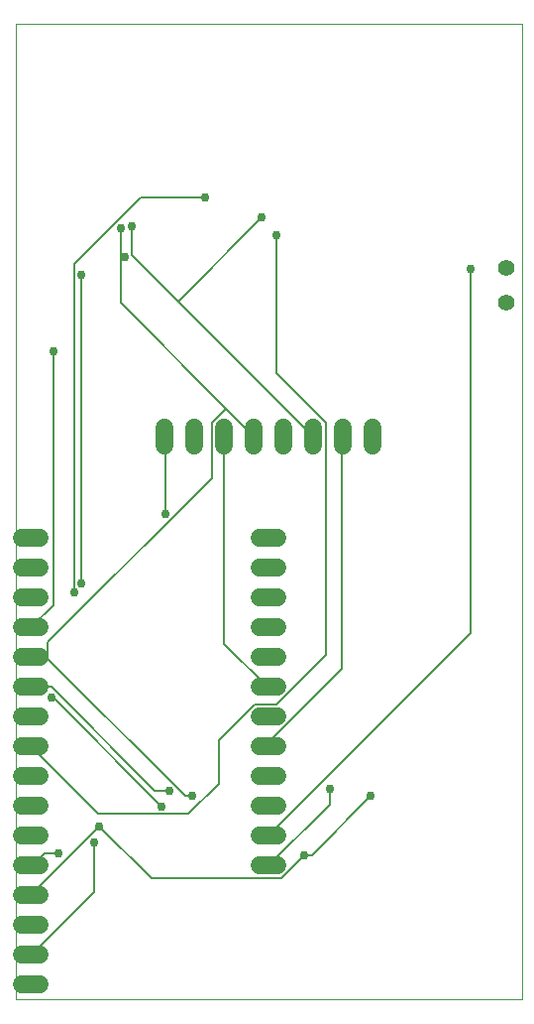
<source format=gbl>
G75*
%MOIN*%
%OFA0B0*%
%FSLAX25Y25*%
%IPPOS*%
%LPD*%
%AMOC8*
5,1,8,0,0,1.08239X$1,22.5*
%
%ADD10C,0.00000*%
%ADD11C,0.05543*%
%ADD12C,0.06000*%
%ADD13C,0.00600*%
%ADD14C,0.02978*%
D10*
X0052595Y0028933D02*
X0052595Y0356610D01*
X0222871Y0356610D01*
X0222871Y0028933D01*
X0052595Y0028933D01*
D11*
X0217595Y0263028D03*
X0217595Y0274839D03*
D12*
X0172595Y0221022D02*
X0172595Y0215022D01*
X0162595Y0215022D02*
X0162595Y0221022D01*
X0152595Y0221022D02*
X0152595Y0215022D01*
X0142595Y0215022D02*
X0142595Y0221022D01*
X0132595Y0221022D02*
X0132595Y0215022D01*
X0122595Y0215022D02*
X0122595Y0221022D01*
X0112595Y0221022D02*
X0112595Y0215022D01*
X0102595Y0215022D02*
X0102595Y0221022D01*
X0134595Y0183933D02*
X0140595Y0183933D01*
X0140595Y0173933D02*
X0134595Y0173933D01*
X0134595Y0163933D02*
X0140595Y0163933D01*
X0140595Y0153933D02*
X0134595Y0153933D01*
X0134595Y0143933D02*
X0140595Y0143933D01*
X0140595Y0133933D02*
X0134595Y0133933D01*
X0134595Y0123933D02*
X0140595Y0123933D01*
X0140595Y0113933D02*
X0134595Y0113933D01*
X0134595Y0103933D02*
X0140595Y0103933D01*
X0140595Y0093933D02*
X0134595Y0093933D01*
X0134595Y0083933D02*
X0140595Y0083933D01*
X0140595Y0073933D02*
X0134595Y0073933D01*
X0060595Y0073933D02*
X0054595Y0073933D01*
X0054595Y0083933D02*
X0060595Y0083933D01*
X0060595Y0093933D02*
X0054595Y0093933D01*
X0054595Y0103933D02*
X0060595Y0103933D01*
X0060595Y0113933D02*
X0054595Y0113933D01*
X0054595Y0123933D02*
X0060595Y0123933D01*
X0060595Y0133933D02*
X0054595Y0133933D01*
X0054595Y0143933D02*
X0060595Y0143933D01*
X0060595Y0153933D02*
X0054595Y0153933D01*
X0054595Y0163933D02*
X0060595Y0163933D01*
X0060595Y0173933D02*
X0054595Y0173933D01*
X0054595Y0183933D02*
X0060595Y0183933D01*
X0060595Y0063933D02*
X0054595Y0063933D01*
X0054595Y0053933D02*
X0060595Y0053933D01*
X0060595Y0043933D02*
X0054595Y0043933D01*
X0054595Y0033933D02*
X0060595Y0033933D01*
D13*
X0057995Y0043933D02*
X0057595Y0043933D01*
X0057995Y0043933D02*
X0078995Y0064933D01*
X0078995Y0081733D01*
X0080795Y0087133D02*
X0098195Y0069733D01*
X0141995Y0069733D01*
X0149795Y0077533D01*
X0152195Y0077533D01*
X0171995Y0097333D01*
X0158195Y0099733D02*
X0158195Y0094333D01*
X0137795Y0073933D01*
X0137595Y0073933D01*
X0137595Y0083933D02*
X0205595Y0151933D01*
X0205595Y0274333D01*
X0162595Y0218022D02*
X0162395Y0217933D01*
X0162395Y0139933D01*
X0137795Y0115333D01*
X0137795Y0114133D01*
X0137595Y0113933D01*
X0140195Y0127933D02*
X0132995Y0127933D01*
X0120995Y0115933D01*
X0120995Y0101533D01*
X0110795Y0091333D01*
X0080195Y0091333D01*
X0057595Y0113933D01*
X0064595Y0130333D02*
X0065195Y0130333D01*
X0101795Y0093733D01*
X0099395Y0099133D02*
X0064595Y0133933D01*
X0057595Y0133933D01*
X0057995Y0143533D02*
X0057595Y0143933D01*
X0063395Y0143533D01*
X0063395Y0148933D01*
X0118595Y0204133D01*
X0118595Y0222733D01*
X0123395Y0227533D01*
X0087995Y0262933D01*
X0087995Y0278533D01*
X0089195Y0278533D01*
X0087995Y0278533D02*
X0087995Y0288133D01*
X0091595Y0288733D02*
X0091595Y0279133D01*
X0107195Y0263533D01*
X0135395Y0291733D01*
X0140195Y0285733D02*
X0140195Y0239533D01*
X0156995Y0222733D01*
X0156995Y0144733D01*
X0140195Y0127933D01*
X0137595Y0133933D02*
X0137195Y0133933D01*
X0122795Y0148333D01*
X0122795Y0217933D01*
X0122595Y0218022D01*
X0123395Y0227533D02*
X0132395Y0218533D01*
X0132595Y0218022D01*
X0152195Y0218533D02*
X0152595Y0218022D01*
X0152195Y0218533D02*
X0107195Y0263533D01*
X0116195Y0298333D02*
X0094595Y0298333D01*
X0072395Y0276133D01*
X0072395Y0165733D01*
X0074795Y0168733D02*
X0074795Y0272533D01*
X0065195Y0246733D02*
X0065195Y0161533D01*
X0057595Y0153933D01*
X0057995Y0143533D02*
X0063395Y0143533D01*
X0109595Y0097333D01*
X0111995Y0097333D01*
X0104195Y0099133D02*
X0099395Y0099133D01*
X0080795Y0087133D02*
X0057595Y0063933D01*
X0057595Y0073933D02*
X0057995Y0073933D01*
X0062195Y0078133D01*
X0066995Y0078133D01*
X0102995Y0192133D02*
X0102995Y0217933D01*
X0102595Y0218022D01*
D14*
X0102995Y0192133D03*
X0074795Y0168733D03*
X0072395Y0165733D03*
X0064595Y0130333D03*
X0080795Y0087133D03*
X0078995Y0081733D03*
X0066995Y0078133D03*
X0101795Y0093733D03*
X0104195Y0099133D03*
X0111995Y0097333D03*
X0149795Y0077533D03*
X0158195Y0099733D03*
X0171995Y0097333D03*
X0065195Y0246733D03*
X0074795Y0272533D03*
X0089195Y0278533D03*
X0087995Y0288133D03*
X0091595Y0288733D03*
X0116195Y0298333D03*
X0135395Y0291733D03*
X0140195Y0285733D03*
X0205595Y0274333D03*
M02*

</source>
